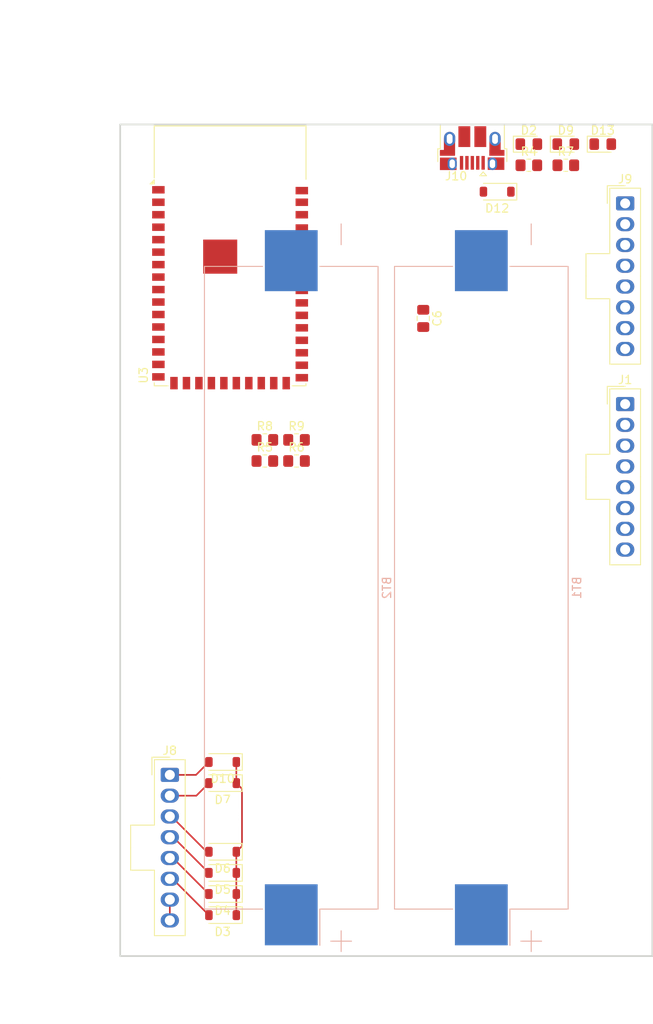
<source format=kicad_pcb>
(kicad_pcb (version 20241229) (generator "pcbnew") (generator_version "9.0")
  (layers (0 "F.Cu" signal) (2 "B.Cu" signal) (13 "F.Paste" user) (15 "B.Paste" user) (5 "F.SilkS" user "F.Silkscreen") (7 "B.SilkS" user "B.Silkscreen") (1 "F.Mask" user) (3 "B.Mask" user) (25 "Edge.Cuts" user))
  (net 0 "")
  (net 1 "-Batt")
  (net 2 "+Solar")
  (net 3 "Net-(D3-A)")
  (net 4 "Net-(D4-A)")
  (net 5 "Net-(D5-A)")
  (net 6 "Net-(D6-A)")
  (net 7 "Net-(D7-A)")
  (net 8 "Net-(D10-A)")
  (net 9 "Net-(J1-Pin_1)")
  (net 10 "/CAN Interface/CAN_L")
  (net 11 "/CAN Interface/CAN_H")
  (net 12 "+Batt")
  (net 51 "/RS485 Interface/Data_B")
  (net 52 "/RS485 Interface/Data_A")
  (net 53 "Net-(J9-Pin_1)")
  (net 54 "/Solar/V_Solar_An")
  (net 55 "/Battery Charger/V_Batt_An")
  (net 56 "Net-(D12-A)")
  (net 57 "Net-(D13-A)")
  (net 58 "Net-(D13-K)")
  (net 74 "GND")
  (net 75 "+3.3V")
  (net 76 "Net-(D2-K)")
  (net 77 "Net-(D9-K)")
  (footprint "Connector_Molex:Molex_Nano-Fit_105309-xx08_1x08_P2.50mm_Vertical" (layer "F.Cu") (at 120.65 115.85)
    (property "Reference" "J8" (at 0 -2.92 0) (layer "F.SilkS"))
    (property "Value" "Solar")
    (fp_line (start -4.71 6.04) (end -4.71 8.75) (stroke (width 0.12)) (layer "F.SilkS"))
    (fp_line (start -4.71 11.46) (end -4.71 8.75) (stroke (width 0.12)) (layer "F.SilkS"))
    (fp_line (start -2.15 -2.13) (end -2.15 0) (stroke (width 0.12)) (layer "F.SilkS"))
    (fp_line (start -1.85 -1.83) (end -1.85 6.04) (stroke (width 0.12)) (layer "F.SilkS"))
    (fp_line (start -1.85 6.04) (end -4.71 6.04) (stroke (width 0.12)) (layer "F.SilkS"))
    (fp_line (start -1.85 11.46) (end -4.71 11.46) (stroke (width 0.12)) (layer "F.SilkS"))
    (fp_line (start -1.85 19.33) (end -1.85 11.46) (stroke (width 0.12)) (layer "F.SilkS"))
    (fp_line (start 0 -2.13) (end -2.15 -2.13) (stroke (width 0.12)) (layer "F.SilkS"))
    (fp_line (start 1.85 -1.83) (end -1.85 -1.83) (stroke (width 0.12)) (layer "F.SilkS"))
    (fp_line (start 1.85 8.75) (end 1.85 -1.83) (stroke (width 0.12)) (layer "F.SilkS"))
    (fp_line (start 1.85 8.75) (end 1.85 19.33) (stroke (width 0.12)) (layer "F.SilkS"))
    (fp_line (start 1.85 19.33) (end -1.85 19.33) (stroke (width 0.12)) (layer "F.SilkS"))
    (pad "" np_thru_hole circle (at -1.34 8.75) (size 1.3 1.3) (drill 1.3) (layers "*.Cu" "*.Mask"))
    (pad "1" thru_hole roundrect (at 0 0) (size 2.2 1.7) (drill 1.2) (layers "*.Cu" "*.Mask") (roundrect_rratio 0.147059) (net 8 "Net-(D10-A)"))
    (pad "2" thru_hole oval (at 0 2.5) (size 2.2 1.7) (drill 1.2) (layers "*.Cu" "*.Mask") (net 7 "Net-(D7-A)"))
    (pad "3" thru_hole oval (at 0 5) (size 2.2 1.7) (drill 1.2) (layers "*.Cu" "*.Mask") (net 6 "Net-(D6-A)"))
    (pad "4" thru_hole oval (at 0 7.5) (size 2.2 1.7) (drill 1.2) (layers "*.Cu" "*.Mask") (net 5 "Net-(D5-A)"))
    (pad "5" thru_hole oval (at 0 10) (size 2.2 1.7) (drill 1.2) (layers "*.Cu" "*.Mask") (net 4 "Net-(D4-A)"))
    (pad "6" thru_hole oval (at 0 12.5) (size 2.2 1.7) (drill 1.2) (layers "*.Cu" "*.Mask") (net 3 "Net-(D3-A)"))
    (pad "7" thru_hole oval (at 0 15) (size 2.2 1.7) (drill 1.2) (layers "*.Cu" "*.Mask") (net 74 "GND"))
    (pad "8" thru_hole oval (at 0 17.5) (size 2.2 1.7) (drill 1.2) (layers "*.Cu" "*.Mask") (net 74 "GND"))
  )
  (footprint "Diode_SMD:D_SOD-123" (layer "F.Cu") (at 160.02 45.72 180)
    (property "Reference" "D12" (at 0 -2 0) (layer "F.SilkS"))
    (property "Value" "1N5819HW-FDICT")
    (fp_line (start -2.36 1) (end 1.65 1) (stroke (width 0.12)) (layer "F.SilkS"))
    (fp_line (start -2.36 -1) (end 1.65 -1) (stroke (width 0.12)) (layer "F.SilkS"))
    (fp_line (start -2.36 -1) (end -2.36 1) (stroke (width 0.12)) (layer "F.SilkS"))
    (pad "1" smd roundrect (at -1.65 0 180) (size 0.9 1.2) (layers "F.Cu" "F.Mask" "F.Paste") (net 2 "+Solar"))
    (pad "2" smd roundrect (at 1.65 0 180) (size 0.9 1.2) (layers "F.Cu" "F.Mask" "F.Paste") (net 56 "Net-(D12-A)"))
  )
  (footprint "Resistor_SMD:R_0805_2012Metric_Pad1.20x1.40mm_HandSolder" (layer "F.Cu") (at 135.89 78.105)
    (property "Reference" "R6" (at 0 -1.65 0) (layer "F.SilkS"))
    (property "Value" "10k")
    (fp_line (start -0.227064 -0.735) (end 0.227064 -0.735) (stroke (width 0.12)) (layer "F.SilkS"))
    (fp_line (start -0.227064 0.735) (end 0.227064 0.735) (stroke (width 0.12)) (layer "F.SilkS"))
    (pad "1" smd roundrect (at -1 0) (size 1.2 1.4) (layers "F.Cu" "F.Mask" "F.Paste") (roundrect_rratio 0.208333) (net 55 "/Battery Charger/V_Batt_An"))
    (pad "2" smd roundrect (at 1 0) (size 1.2 1.4) (layers "F.Cu" "F.Mask" "F.Paste") (roundrect_rratio 0.208333) (net 1 "-Batt"))
  )
  (footprint "LED_SMD:LED_0805_2012Metric_Pad1.15x1.40mm_HandSolder" (layer "F.Cu") (at 172.72 40.005)
    (property "Reference" "D13" (at 0 -1.65 0) (layer "F.SilkS"))
    (property "Value" "LED")
    (fp_line (start -1.86 -0.96) (end -1.86 0.96) (stroke (width 0.12)) (layer "F.SilkS"))
    (fp_line (start -1.86 0.96) (end 1 0.96) (stroke (width 0.12)) (layer "F.SilkS"))
    (fp_line (start 1 -0.96) (end -1.86 -0.96) (stroke (width 0.12)) (layer "F.SilkS"))
    (pad "1" smd roundrect (at -1.025 0) (size 1.15 1.4) (layers "F.Cu" "F.Mask" "F.Paste") (roundrect_rratio 0.217391) (net 58 "Net-(D13-K)"))
    (pad "2" smd roundrect (at 1.025 0) (size 1.15 1.4) (layers "F.Cu" "F.Mask" "F.Paste") (roundrect_rratio 0.217391) (net 57 "Net-(D13-A)"))
  )
  (footprint "Diode_SMD:D_SOD-123" (layer "F.Cu") (at 127 114.3 180)
    (property "Reference" "D10" (at 0 -2 0) (layer "F.SilkS"))
    (property "Value" "1N5819HW-FDICT")
    (fp_line (start -2.36 1) (end 1.65 1) (stroke (width 0.12)) (layer "F.SilkS"))
    (fp_line (start -2.36 -1) (end 1.65 -1) (stroke (width 0.12)) (layer "F.SilkS"))
    (fp_line (start -2.36 -1) (end -2.36 1) (stroke (width 0.12)) (layer "F.SilkS"))
    (pad "1" smd roundrect (at -1.65 0 180) (size 0.9 1.2) (layers "F.Cu" "F.Mask" "F.Paste") (net 2 "+Solar"))
    (pad "2" smd roundrect (at 1.65 0 180) (size 0.9 1.2) (layers "F.Cu" "F.Mask" "F.Paste") (net 8 "Net-(D10-A)"))
  )
  (footprint "Diode_SMD:D_SOD-123" (layer "F.Cu") (at 127 132.715 180)
    (property "Reference" "D3" (at 0 -2 0) (layer "F.SilkS"))
    (property "Value" "1N5819HW-FDICT")
    (fp_line (start -2.36 1) (end 1.65 1) (stroke (width 0.12)) (layer "F.SilkS"))
    (fp_line (start -2.36 -1) (end 1.65 -1) (stroke (width 0.12)) (layer "F.SilkS"))
    (fp_line (start -2.36 -1) (end -2.36 1) (stroke (width 0.12)) (layer "F.SilkS"))
    (pad "1" smd roundrect (at -1.65 0 180) (size 0.9 1.2) (layers "F.Cu" "F.Mask" "F.Paste") (net 2 "+Solar"))
    (pad "2" smd roundrect (at 1.65 0 180) (size 0.9 1.2) (layers "F.Cu" "F.Mask" "F.Paste") (net 3 "Net-(D3-A)"))
  )
  (footprint "Diode_SMD:D_SOD-123" (layer "F.Cu") (at 127 125.095 180)
    (property "Reference" "D6" (at 0 -2 180) (layer "F.SilkS"))
    (property "Value" "1N5819HW-FDICT")
    (fp_line (start -2.36 1) (end 1.65 1) (stroke (width 0.12)) (layer "F.SilkS"))
    (fp_line (start -2.36 -1) (end 1.65 -1) (stroke (width 0.12)) (layer "F.SilkS"))
    (fp_line (start -2.36 -1) (end -2.36 1) (stroke (width 0.12)) (layer "F.SilkS"))
    (pad "1" smd roundrect (at -1.65 0 180) (size 0.9 1.2) (layers "F.Cu" "F.Mask" "F.Paste") (net 2 "+Solar"))
    (pad "2" smd roundrect (at 1.65 0 180) (size 0.9 1.2) (layers "F.Cu" "F.Mask" "F.Paste") (net 6 "Net-(D6-A)"))
  )
  (footprint "Diode_SMD:D_SOD-123" (layer "F.Cu") (at 127 127.635 180)
    (property "Reference" "D5" (at 0 -2 0) (layer "F.SilkS"))
    (property "Value" "1N5819HW-FDICT")
    (fp_line (start -2.36 1) (end 1.65 1) (stroke (width 0.12)) (layer "F.SilkS"))
    (fp_line (start -2.36 -1) (end 1.65 -1) (stroke (width 0.12)) (layer "F.SilkS"))
    (fp_line (start -2.36 -1) (end -2.36 1) (stroke (width 0.12)) (layer "F.SilkS"))
    (pad "1" smd roundrect (at -1.65 0 180) (size 0.9 1.2) (layers "F.Cu" "F.Mask" "F.Paste") (net 2 "+Solar"))
    (pad "2" smd roundrect (at 1.65 0 180) (size 0.9 1.2) (layers "F.Cu" "F.Mask" "F.Paste") (net 5 "Net-(D5-A)"))
  )
  (footprint "Connector_USB:USB_Micro-B_Amphenol_10103594-0001LF_Horizontal" (layer "F.Cu") (at 157.01 40.485 180)
    (property "Reference" "J10" (at 1.925 -3.365 0) (layer "F.SilkS"))
    (property "Value" "USB_B_Micro")
    (fp_line (start 4.125 -0.065) (end 4.125 -1.615) (stroke (width 0.12)) (layer "F.SilkS"))
    (fp_line (start 3.825 2.735) (end 3.825 -0.065) (stroke (width 0.12)) (layer "F.SilkS"))
    (fp_line (start 3.825 -0.065) (end 4.125 -0.065) (stroke (width 0.12)) (layer "F.SilkS"))
    (fp_line (start -0.925 -3.315) (end -1.325 -2.865) (stroke (width 0.12)) (layer "F.SilkS"))
    (fp_line (start -1.325 -2.865) (end -1.725 -3.315) (stroke (width 0.12)) (layer "F.SilkS"))
    (fp_line (start -1.725 -3.315) (end -0.925 -3.315) (stroke (width 0.12)) (layer "F.SilkS"))
    (fp_line (start -3.875 2.735) (end -3.875 -0.065) (stroke (width 0.12)) (layer "F.SilkS"))
    (fp_line (start -4.175 -0.065) (end -3.875 -0.065) (stroke (width 0.12)) (layer "F.SilkS"))
    (fp_line (start -4.175 -0.065) (end -4.175 -1.615) (stroke (width 0.12)) (layer "F.SilkS"))
    (pad "1" smd rect (at -1.325 -1.765 270) (size 1.65 0.4) (layers "F.Cu" "F.Mask" "F.Paste") (net 56 "Net-(D12-A)"))
    (pad "2" smd rect (at -0.675 -1.765 270) (size 1.65 0.4) (layers "F.Cu" "F.Mask" "F.Paste"))
    (pad "3" smd rect (at -0.025 -1.765 270) (size 1.65 0.4) (layers "F.Cu" "F.Mask" "F.Paste"))
    (pad "4" smd rect (at 0.625 -1.765 270) (size 1.65 0.4) (layers "F.Cu" "F.Mask" "F.Paste"))
    (pad "5" smd rect (at 1.275 -1.765 270) (size 1.65 0.4) (layers "F.Cu" "F.Mask" "F.Paste") (net 74 "GND"))
    (pad "6" smd rect (at -2.975 -0.565 180) (size 1.825 0.7) (layers "F.Cu" "F.Mask" "F.Paste"))
    (pad "6" smd rect (at -2.875 -1.865 180) (size 2 1.5) (layers "F.Cu" "F.Mask" "F.Paste"))
    (pad "6" smd rect (at -2.755 0.185 180) (size 1.35 2) (layers "F.Cu" "F.Mask" "F.Paste"))
    (pad "6" thru_hole oval (at -2.755 1.115 270) (size 1.7 1.35) (drill oval 1.2 0.7) (property pad_prop_heatsink) (layers "*.Cu" "*.Mask"))
    (pad "6" thru_hole oval (at -2.445 -1.885 270) (size 1.5 1.1) (drill oval 1.05 0.65) (property pad_prop_heatsink) (layers "*.Cu" "*.Mask"))
    (pad "6" smd rect (at -0.985 1.385 270) (size 2.5 1.43) (layers "F.Cu" "F.Mask" "F.Paste"))
    (pad "6" smd rect (at 0.935 1.385 270) (size 2.5 1.43) (layers "F.Cu" "F.Mask" "F.Paste"))
    (pad "6" thru_hole oval (at 2.395 -1.885 270) (size 1.5 1.1) (drill oval 1.05 0.65) (property pad_prop_heatsink) (layers "*.Cu" "*.Mask"))
    (pad "6" thru_hole oval (at 2.705 1.115 270) (size 1.7 1.35) (drill oval 1.2 0.7) (property pad_prop_heatsink) (layers "*.Cu" "*.Mask"))
    (pad "6" smd rect (at 2.725 0.185 180) (size 1.35 2) (layers "F.Cu" "F.Mask" "F.Paste"))
    (pad "6" smd rect (at 2.875 -1.885 180) (size 2 1.5) (layers "F.Cu" "F.Mask" "F.Paste"))
    (pad "6" smd rect (at 2.975 -0.565 180) (size 1.825 0.7) (layers "F.Cu" "F.Mask" "F.Paste"))
  )
  (footprint "Resistor_SMD:R_0805_2012Metric_Pad1.20x1.40mm_HandSolder" (layer "F.Cu") (at 132.08 75.565)
    (property "Reference" "R8" (at 0 -1.65 0) (layer "F.SilkS"))
    (property "Value" "10k")
    (fp_line (start -0.227064 -0.735) (end 0.227064 -0.735) (stroke (width 0.12)) (layer "F.SilkS"))
    (fp_line (start -0.227064 0.735) (end 0.227064 0.735) (stroke (width 0.12)) (layer "F.SilkS"))
    (pad "1" smd roundrect (at -1 0) (size 1.2 1.4) (layers "F.Cu" "F.Mask" "F.Paste") (roundrect_rratio 0.208333) (net 2 "+Solar"))
    (pad "2" smd roundrect (at 1 0) (size 1.2 1.4) (layers "F.Cu" "F.Mask" "F.Paste") (roundrect_rratio 0.208333) (net 54 "/Solar/V_Solar_An"))
  )
  (footprint "Resistor_SMD:R_0805_2012Metric_Pad1.20x1.40mm_HandSolder" (layer "F.Cu") (at 163.83 42.545)
    (property "Reference" "R4" (at 0 -1.65 0) (layer "F.SilkS"))
    (property "Value" "330")
    (fp_line (start -0.227064 -0.735) (end 0.227064 -0.735) (stroke (width 0.12)) (layer "F.SilkS"))
    (fp_line (start -0.227064 0.735) (end 0.227064 0.735) (stroke (width 0.12)) (layer "F.SilkS"))
    (pad "1" smd roundrect (at -1 0) (size 1.2 1.4) (layers "F.Cu" "F.Mask" "F.Paste") (roundrect_rratio 0.208333) (net 76 "Net-(D2-K)"))
    (pad "2" smd roundrect (at 1 0) (size 1.2 1.4) (layers "F.Cu" "F.Mask" "F.Paste") (roundrect_rratio 0.208333) (net 74 "GND"))
  )
  (footprint "Resistor_SMD:R_0805_2012Metric_Pad1.20x1.40mm_HandSolder" (layer "F.Cu") (at 132.08 78.105)
    (property "Reference" "R5" (at 0 -1.65 0) (layer "F.SilkS"))
    (property "Value" "10k")
    (fp_line (start -0.227064 -0.735) (end 0.227064 -0.735) (stroke (width 0.12)) (layer "F.SilkS"))
    (fp_line (start -0.227064 0.735) (end 0.227064 0.735) (stroke (width 0.12)) (layer "F.SilkS"))
    (pad "1" smd roundrect (at -1 0) (size 1.2 1.4) (layers "F.Cu" "F.Mask" "F.Paste") (roundrect_rratio 0.208333) (net 12 "+Batt"))
    (pad "2" smd roundrect (at 1 0) (size 1.2 1.4) (layers "F.Cu" "F.Mask" "F.Paste") (roundrect_rratio 0.208333) (net 55 "/Battery Charger/V_Batt_An"))
  )
  (footprint "Diode_SMD:D_SOD-123" (layer "F.Cu") (at 127 130.175 180)
    (property "Reference" "D4" (at 0 -2 0) (layer "F.SilkS"))
    (property "Value" "1N5819HW-FDICT")
    (fp_line (start -2.36 1) (end 1.65 1) (stroke (width 0.12)) (layer "F.SilkS"))
    (fp_line (start -2.36 -1) (end 1.65 -1) (stroke (width 0.12)) (layer "F.SilkS"))
    (fp_line (start -2.36 -1) (end -2.36 1) (stroke (width 0.12)) (layer "F.SilkS"))
    (pad "1" smd roundrect (at -1.65 0 180) (size 0.9 1.2) (layers "F.Cu" "F.Mask" "F.Paste") (net 2 "+Solar"))
    (pad "2" smd roundrect (at 1.65 0 180) (size 0.9 1.2) (layers "F.Cu" "F.Mask" "F.Paste") (net 4 "Net-(D4-A)"))
  )
  (footprint "LED_SMD:LED_0805_2012Metric_Pad1.15x1.40mm_HandSolder" (layer "F.Cu") (at 163.83 40.005)
    (property "Reference" "D2" (at 0 -1.65 0) (layer "F.SilkS"))
    (property "Value" "RED")
    (fp_line (start -1.86 -0.96) (end -1.86 0.96) (stroke (width 0.12)) (layer "F.SilkS"))
    (fp_line (start -1.86 0.96) (end 1 0.96) (stroke (width 0.12)) (layer "F.SilkS"))
    (fp_line (start 1 -0.96) (end -1.86 -0.96) (stroke (width 0.12)) (layer "F.SilkS"))
    (pad "1" smd roundrect (at -1.025 0) (size 1.15 1.4) (layers "F.Cu" "F.Mask" "F.Paste") (roundrect_rratio 0.217391) (net 76 "Net-(D2-K)"))
    (pad "2" smd roundrect (at 1.025 0) (size 1.15 1.4) (layers "F.Cu" "F.Mask" "F.Paste") (roundrect_rratio 0.217391) (net 75 "+3.3V"))
  )
  (footprint "Connector_Molex:Molex_Nano-Fit_105309-xx08_1x08_P2.50mm_Vertical" (layer "F.Cu") (at 175.415 71.26)
    (property "Reference" "J1" (at 0 -2.92 0) (layer "F.SilkS"))
    (property "Value" "RS485")
    (fp_line (start -4.71 6.04) (end -4.71 8.75) (stroke (width 0.12)) (layer "F.SilkS"))
    (fp_line (start -4.71 11.46) (end -4.71 8.75) (stroke (width 0.12)) (layer "F.SilkS"))
    (fp_line (start -2.15 -2.13) (end -2.15 0) (stroke (width 0.12)) (layer "F.SilkS"))
    (fp_line (start -1.85 -1.83) (end -1.85 6.04) (stroke (width 0.12)) (layer "F.SilkS"))
    (fp_line (start -1.85 6.04) (end -4.71 6.04) (stroke (width 0.12)) (layer "F.SilkS"))
    (fp_line (start -1.85 11.46) (end -4.71 11.46) (stroke (width 0.12)) (layer "F.SilkS"))
    (fp_line (start -1.85 19.33) (end -1.85 11.46) (stroke (width 0.12)) (layer "F.SilkS"))
    (fp_line (start 0 -2.13) (end -2.15 -2.13) (stroke (width 0.12)) (layer "F.SilkS"))
    (fp_line (start 1.85 -1.83) (end -1.85 -1.83) (stroke (width 0.12)) (layer "F.SilkS"))
    (fp_line (start 1.85 8.75) (end 1.85 -1.83) (stroke (width 0.12)) (layer "F.SilkS"))
    (fp_line (start 1.85 8.75) (end 1.85 19.33) (stroke (width 0.12)) (layer "F.SilkS"))
    (fp_line (start 1.85 19.33) (end -1.85 19.33) (stroke (width 0.12)) (layer "F.SilkS"))
    (pad "" np_thru_hole circle (at -1.34 8.75) (size 1.3 1.3) (drill 1.3) (layers "*.Cu" "*.Mask"))
    (pad "1" thru_hole roundrect (at 0 0) (size 2.2 1.7) (drill 1.2) (layers "*.Cu" "*.Mask") (roundrect_rratio 0.147059) (net 9 "Net-(J1-Pin_1)"))
    (pad "2" thru_hole oval (at 0 2.5) (size 2.2 1.7) (drill 1.2) (layers "*.Cu" "*.Mask") (net 52 "/RS485 Interface/Data_A"))
    (pad "3" thru_hole oval (at 0 5) (size 2.2 1.7) (drill 1.2) (layers "*.Cu" "*.Mask") (net 51 "/RS485 Interface/Data_B"))
    (pad "4" thru_hole oval (at 0 7.5) (size 2.2 1.7) (drill 1.2) (layers "*.Cu" "*.Mask") (net 74 "GND"))
    (pad "5" thru_hole oval (at 0 10) (size 2.2 1.7) (drill 1.2) (layers "*.Cu" "*.Mask") (net 9 "Net-(J1-Pin_1)"))
    (pad "6" thru_hole oval (at 0 12.5) (size 2.2 1.7) (drill 1.2) (layers "*.Cu" "*.Mask") (net 52 "/RS485 Interface/Data_A"))
    (pad "7" thru_hole oval (at 0 15) (size 2.2 1.7) (drill 1.2) (layers "*.Cu" "*.Mask") (net 51 "/RS485 Interface/Data_B"))
    (pad "8" thru_hole oval (at 0 17.5) (size 2.2 1.7) (drill 1.2) (layers "*.Cu" "*.Mask") (net 74 "GND"))
  )
  (footprint "RF_Module:ESP32-S2-WROVER" (layer "F.Cu") (at 127.9 57.265)
    (property "Reference" "U3" (at -10.41 10.53 90) (layer "F.SilkS"))
    (property "Value" "ESP32-S2-WROVER")
    (fp_line (start -9.125 -19.45) (end 9.13 -19.45) (stroke (width 0.12)) (layer "F.SilkS"))
    (fp_line (start -9.125 -13.2) (end -9.125 -19.45) (stroke (width 0.12)) (layer "F.SilkS"))
    (fp_line (start -9.12 11.44) (end -9.12 11.8) (stroke (width 0.12)) (layer "F.SilkS"))
    (fp_line (start -9.12 11.8) (end -7.46 11.8) (stroke (width 0.12)) (layer "F.SilkS"))
    (fp_line (start 9.12 11.54) (end 9.12 11.8) (stroke (width 0.12)) (layer "F.SilkS"))
    (fp_line (start 9.12 11.8) (end 7.46 11.8) (stroke (width 0.12)) (layer "F.SilkS"))
    (fp_line (start 9.13 -13.03) (end 9.13 -19.45) (stroke (width 0.12)) (layer "F.SilkS"))
    (fp_poly (pts (xy -9.125 -12.475) (xy -9.625 -12.475) (xy -9.125 -12.975) (xy -9.125 -12.475)) (stroke (width 0.12)) (fill yes) (layer "F.SilkS"))
    (pad "1" smd rect (at -8.625 -11.775) (size 1.5 0.9) (layers "F.Cu" "F.Mask" "F.Paste") (net 74 "GND"))
    (pad "2" smd rect (at -8.625 -10.275) (size 1.5 0.9) (layers "F.Cu" "F.Mask" "F.Paste") (net 75 "+3.3V"))
    (pad "3" smd rect (at -8.625 -8.775) (size 1.5 0.9) (layers "F.Cu" "F.Mask" "F.Paste"))
    (pad "4" smd rect (at -8.625 -7.275) (size 1.5 0.9) (layers "F.Cu" "F.Mask" "F.Paste"))
    (pad "5" smd rect (at -8.625 -5.775) (size 1.5 0.9) (layers "F.Cu" "F.Mask" "F.Paste"))
    (pad "6" smd rect (at -8.625 -4.275) (size 1.5 0.9) (layers "F.Cu" "F.Mask" "F.Paste"))
    (pad "7" smd rect (at -8.625 -2.775) (size 1.5 0.9) (layers "F.Cu" "F.Mask" "F.Paste"))
    (pad "8" smd rect (at -8.625 -1.275) (size 1.5 0.9) (layers "F.Cu" "F.Mask" "F.Paste"))
    (pad "9" smd rect (at -8.625 0.225) (size 1.5 0.9) (layers "F.Cu" "F.Mask" "F.Paste"))
    (pad "10" smd rect (at -8.625 1.725) (size 1.5 0.9) (layers "F.Cu" "F.Mask" "F.Paste"))
    (pad "11" smd rect (at -8.625 3.225) (size 1.5 0.9) (layers "F.Cu" "F.Mask" "F.Paste"))
    (pad "12" smd rect (at -8.625 4.725) (size 1.5 0.9) (layers "F.Cu" "F.Mask" "F.Paste"))
    (pad "13" smd rect (at -8.625 6.225) (size 1.5 0.9) (layers "F.Cu" "F.Mask" "F.Paste"))
    (pad "14" smd rect (at -8.625 7.725) (size 1.5 0.9) (layers "F.Cu" "F.Mask" "F.Paste"))
    (pad "15" smd rect (at -8.625 9.225 180) (size 1.5 0.9) (layers "F.Cu" "F.Mask" "F.Paste"))
    (pad "16" smd rect (at -8.625 10.725 180) (size 1.5 0.9) (layers "F.Cu" "F.Mask" "F.Paste"))
    (pad "17" smd rect (at -6.75 11.475) (size 0.9 1.5) (layers "F.Cu" "F.Mask" "F.Paste"))
    (pad "18" smd rect (at -5.25 11.475) (size 0.9 1.5) (layers "F.Cu" "F.Mask" "F.Paste"))
    (pad "19" smd rect (at -3.75 11.475) (size 0.9 1.5) (layers "F.Cu" "F.Mask" "F.Paste"))
    (pad "20" smd rect (at -2.25 11.475) (size 0.9 1.5) (layers "F.Cu" "F.Mask" "F.Paste"))
    (pad "21" smd rect (at -0.75 11.475) (size 0.9 1.5) (layers "F.Cu" "F.Mask" "F.Paste"))
    (pad "22" smd rect (at 0.75 11.475) (size 0.9 1.5) (layers "F.Cu" "F.Mask" "F.Paste"))
    (pad "23" smd rect (at 2.25 11.475) (size 0.9 1.5) (layers "F.Cu" "F.Mask" "F.Paste"))
    (pad "24" smd rect (at 3.75 11.475) (size 0.9 1.5) (layers "F.Cu" "F.Mask" "F.Paste"))
    (pad "25" smd rect (at 5.25 11.475) (size 0.9 1.5) (layers "F.Cu" "F.Mask" "F.Paste"))
    (pad "26" smd rect (at 6.75 11.475) (size 0.9 1.5) (layers "F.Cu" "F.Mask" "F.Paste") (net 74 "GND"))
    (pad "27" smd rect (at 8.625 10.825) (size 1.5 0.9) (layers "F.Cu" "F.Mask" "F.Paste"))
    (pad "28" smd rect (at 8.625 9.325) (size 1.5 0.9) (layers "F.Cu" "F.Mask" "F.Paste"))
    (pad "29" smd rect (at 8.625 7.825) (size 1.5 0.9) (layers "F.Cu" "F.Mask" "F.Paste"))
    (pad "30" smd rect (at 8.625 6.325) (size 1.5 0.9) (layers "F.Cu" "F.Mask" "F.Paste"))
    (pad "31" smd rect (at 8.625 4.825) (size 1.5 0.9) (layers "F.Cu" "F.Mask" "F.Paste"))
    (pad "32" smd rect (at 8.625 3.325) (size 1.5 0.9) (layers "F.Cu" "F.Mask" "F.Paste"))
    (pad "33" smd rect (at 8.625 1.825) (size 1.5 0.9) (layers "F.Cu" "F.Mask" "F.Paste"))
    (pad "34" smd rect (at 8.625 0.325) (size 1.5 0.9) (layers "F.Cu" "F.Mask" "F.Paste"))
    (pad "35" smd rect (at 8.625 -1.175) (size 1.5 0.9) (layers "F.Cu" "F.Mask" "F.Paste"))
    (pad "36" smd rect (at 8.625 -2.675) (size 1.5 0.9) (layers "F.Cu" "F.Mask" "F.Paste"))
    (pad "37" smd rect (at 8.625 -4.175) (size 1.5 0.9) (layers "F.Cu" "F.Mask" "F.Paste"))
    (pad "38" smd rect (at 8.625 -5.675) (size 1.5 0.9) (layers "F.Cu" "F.Mask" "F.Paste"))
    (pad "39" smd rect (at 8.625 -7.175) (size 1.5 0.9) (layers "F.Cu" "F.Mask" "F.Paste"))
    (pad "40" smd rect (at 8.625 -8.775) (size 1.5 0.9) (layers "F.Cu" "F.Mask" "F.Paste"))
    (pad "41" smd rect (at 8.625 -10.275) (size 1.5 0.9) (layers "F.Cu" "F.Mask" "F.Paste"))
    (pad "42" smd rect (at 8.625 -11.675) (size 1.5 0.9) (layers "F.Cu" "F.Mask" "F.Paste") (net 74 "GND"))
    (pad "43" smd rect (at -1.19 -3.735) (size 4.1 4.1) (property pad_prop_heatsink) (layers "F.Cu" "F.Mask") (net 74 "GND"))
  )
  (footprint "Resistor_SMD:R_0805_2012Metric_Pad1.20x1.40mm_HandSolder" (layer "F.Cu") (at 135.89 75.565)
    (property "Reference" "R9" (at 0 -1.65 0) (layer "F.SilkS"))
    (property "Value" "10k")
    (fp_line (start -0.227064 -0.735) (end 0.227064 -0.735) (stroke (width 0.12)) (layer "F.SilkS"))
    (fp_line (start -0.227064 0.735) (end 0.227064 0.735) (stroke (width 0.12)) (layer "F.SilkS"))
    (pad "1" smd roundrect (at -1 0) (size 1.2 1.4) (layers "F.Cu" "F.Mask" "F.Paste") (roundrect_rratio 0.208333) (net 54 "/Solar/V_Solar_An"))
    (pad "2" smd roundrect (at 1 0) (size 1.2 1.4) (layers "F.Cu" "F.Mask" "F.Paste") (roundrect_rratio 0.208333) (net 74 "GND"))
  )
  (footprint "Connector_Molex:Molex_Nano-Fit_105309-xx08_1x08_P2.50mm_Vertical" (layer "F.Cu") (at 175.415 47.13)
    (property "Reference" "J9" (at 0 -2.92 0) (layer "F.SilkS"))
    (property "Value" "CAN")
    (fp_line (start -4.71 6.04) (end -4.71 8.75) (stroke (width 0.12)) (layer "F.SilkS"))
    (fp_line (start -4.71 11.46) (end -4.71 8.75) (stroke (width 0.12)) (layer "F.SilkS"))
    (fp_line (start -2.15 -2.13) (end -2.15 0) (stroke (width 0.12)) (layer "F.SilkS"))
    (fp_line (start -1.85 -1.83) (end -1.85 6.04) (stroke (width 0.12)) (layer "F.SilkS"))
    (fp_line (start -1.85 6.04) (end -4.71 6.04) (stroke (width 0.12)) (layer "F.SilkS"))
    (fp_line (start -1.85 11.46) (end -4.71 11.46) (stroke (width 0.12)) (layer "F.SilkS"))
    (fp_line (start -1.85 19.33) (end -1.85 11.46) (stroke (width 0.12)) (layer "F.SilkS"))
    (fp_line (start 0 -2.13) (end -2.15 -2.13) (stroke (width 0.12)) (layer "F.SilkS"))
    (fp_line (start 1.85 -1.83) (end -1.85 -1.83) (stroke (width 0.12)) (layer "F.SilkS"))
    (fp_line (start 1.85 8.75) (end 1.85 -1.83) (stroke (width 0.12)) (layer "F.SilkS"))
    (fp_line (start 1.85 8.75) (end 1.85 19.33) (stroke (width 0.12)) (layer "F.SilkS"))
    (fp_line (start 1.85 19.33) (end -1.85 19.33) (stroke (width 0.12)) (layer "F.SilkS"))
    (pad "" np_thru_hole circle (at -1.34 8.75) (size 1.3 1.3) (drill 1.3) (layers "*.Cu" "*.Mask"))
    (pad "1" thru_hole roundrect (at 0 0) (size 2.2 1.7) (drill 1.2) (layers "*.Cu" "*.Mask") (roundrect_rratio 0.147059) (net 53 "Net-(J9-Pin_1)"))
    (pad "2" thru_hole oval (at 0 2.5) (size 2.2 1.7) (drill 1.2) (layers "*.Cu" "*.Mask") (net 11 "/CAN Interface/CAN_H"))
    (pad "3" thru_hole oval (at 0 5) (size 2.2 1.7) (drill 1.2) (layers "*.Cu" "*.Mask") (net 10 "/CAN Interface/CAN_L"))
    (pad "4" thru_hole oval (at 0 7.5) (size 2.2 1.7) (drill 1.2) (layers "*.Cu" "*.Mask") (net 74 "GND"))
    (pad "5" thru_hole oval (at 0 10) (size 2.2 1.7) (drill 1.2) (layers "*.Cu" "*.Mask") (net 53 "Net-(J9-Pin_1)"))
    (pad "6" thru_hole oval (at 0 12.5) (size 2.2 1.7) (drill 1.2) (layers "*.Cu" "*.Mask") (net 11 "/CAN Interface/CAN_H"))
    (pad "7" thru_hole oval (at 0 15) (size 2.2 1.7) (drill 1.2) (layers "*.Cu" "*.Mask") (net 10 "/CAN Interface/CAN_L"))
    (pad "8" thru_hole oval (at 0 17.5) (size 2.2 1.7) (drill 1.2) (layers "*.Cu" "*.Mask") (net 74 "GND"))
  )
  (footprint "Capacitor_SMD:C_0805_2012Metric_Pad1.18x1.45mm_HandSolder" (layer "F.Cu") (at 151.13 60.96 -90)
    (property "Reference" "C6" (at 0 -1.68 90) (layer "F.SilkS"))
    (property "Value" "1u")
    (fp_line (start -0.261252 0.735) (end 0.261252 0.735) (stroke (width 0.12)) (layer "F.SilkS"))
    (fp_line (start -0.261252 -0.735) (end 0.261252 -0.735) (stroke (width 0.12)) (layer "F.SilkS"))
    (pad "1" smd roundrect (at -1.0375 0 270) (size 1.175 1.45) (layers "F.Cu" "F.Mask" "F.Paste") (roundrect_rratio 0.212766) (net 2 "+Solar"))
    (pad "2" smd roundrect (at 1.0375 0 270) (size 1.175 1.45) (layers "F.Cu" "F.Mask" "F.Paste") (roundrect_rratio 0.212766) (net 74 "GND"))
  )
  (footprint "Diode_SMD:D_SOD-123" (layer "F.Cu") (at 127 116.84 180)
    (property "Reference" "D7" (at 0 -2 180) (layer "F.SilkS"))
    (property "Value" "1N5819HW-FDICT")
    (fp_line (start -2.36 1) (end 1.65 1) (stroke (width 0.12)) (layer "F.SilkS"))
    (fp_line (start -2.36 -1) (end 1.65 -1) (stroke (width 0.12)) (layer "F.SilkS"))
    (fp_line (start -2.36 -1) (end -2.36 1) (stroke (width 0.12)) (layer "F.SilkS"))
    (pad "1" smd roundrect (at -1.65 0 180) (size 0.9 1.2) (layers "F.Cu" "F.Mask" "F.Paste") (net 2 "+Solar"))
    (pad "2" smd roundrect (at 1.65 0 180) (size 0.9 1.2) (layers "F.Cu" "F.Mask" "F.Paste") (net 7 "Net-(D7-A)"))
  )
  (footprint "LED_SMD:LED_0805_2012Metric_Pad1.15x1.40mm_HandSolder" (layer "F.Cu") (at 168.275 40.005)
    (property "Reference" "D9" (at 0 -1.65 0) (layer "F.SilkS"))
    (property "Value" "RED")
    (fp_line (start -1.86 -0.96) (end -1.86 0.96) (stroke (width 0.12)) (layer "F.SilkS"))
    (fp_line (start -1.86 0.96) (end 1 0.96) (stroke (width 0.12)) (layer "F.SilkS"))
    (fp_line (start 1 -0.96) (end -1.86 -0.96) (stroke (width 0.12)) (layer "F.SilkS"))
    (pad "1" smd roundrect (at -1.025 0) (size 1.15 1.4) (layers "F.Cu" "F.Mask" "F.Paste") (roundrect_rratio 0.217391) (net 77 "Net-(D9-K)"))
    (pad "2" smd roundrect (at 1.025 0) (size 1.15 1.4) (layers "F.Cu" "F.Mask" "F.Paste") (roundrect_rratio 0.217391) (net 2 "+Solar"))
  )
  (footprint "Resistor_SMD:R_0805_2012Metric_Pad1.20x1.40mm_HandSolder" (layer "F.Cu") (at 168.275 42.545)
    (property "Reference" "R7" (at 0 -1.65 0) (layer "F.SilkS"))
    (property "Value" "1k")
    (fp_line (start -0.227064 -0.735) (end 0.227064 -0.735) (stroke (width 0.12)) (layer "F.SilkS"))
    (fp_line (start -0.227064 0.735) (end 0.227064 0.735) (stroke (width 0.12)) (layer "F.SilkS"))
    (pad "1" smd roundrect (at -1 0) (size 1.2 1.4) (layers "F.Cu" "F.Mask" "F.Paste") (roundrect_rratio 0.208333) (net 77 "Net-(D9-K)"))
    (pad "2" smd roundrect (at 1 0) (size 1.2 1.4) (layers "F.Cu" "F.Mask" "F.Paste") (roundrect_rratio 0.208333) (net 74 "GND"))
  )
  (footprint "Batteries:18650 Holder" (layer "B.Cu") (at 158.115 93.345 90)
    (property "Reference" "BT1" (at 0 11.5 90) (layer "B.SilkS") (effects (justify mirror)))
    (property "Value" "18650")
    (fp_line (start 38.64 -10.44) (end -38.64 -10.44) (stroke (width 0.12)) (layer "B.SilkS"))
    (fp_line (start -38.64 -10.44) (end -38.64 -3.44) (stroke (width 0.12)) (layer "B.SilkS"))
    (fp_line (start 38.64 -3.44) (end 38.64 -10.44) (stroke (width 0.12)) (layer "B.SilkS"))
    (fp_line (start 38.64 3.44) (end 38.64 10.42) (stroke (width 0.12)) (layer "B.SilkS"))
    (fp_line (start -38.64 3.44) (end -43 3.44) (stroke (width 0.12)) (layer "B.SilkS"))
    (fp_line (start -42.5 4.75) (end -42.5 7.25) (stroke (width 0.12)) (layer "B.SilkS"))
    (fp_line (start 43.75 6) (end 41.25 6) (stroke (width 0.12)) (layer "B.SilkS"))
    (fp_line (start -43.75 6) (end -41.25 6) (stroke (width 0.12)) (layer "B.SilkS"))
    (fp_line (start 38.64 10.44) (end -38.64 10.44) (stroke (width 0.12)) (layer "B.SilkS"))
    (fp_line (start -38.64 10.44) (end -38.64 3.44) (stroke (width 0.12)) (layer "B.SilkS"))
    (pad "" np_thru_hole circle (at -35.93 8 90) (size 2.39 2.39) (drill 2.39) (layers "*.Cu" "*.Mask"))
    (pad "" np_thru_hole circle (at -27.6 -8 90) (size 3.45 3.45) (drill 3.45) (layers "*.Cu" "*.Mask"))
    (pad "" np_thru_hole circle (at 27.6 8 90) (size 3.45 3.45) (drill 3.45) (layers "*.Cu" "*.Mask"))
    (pad "1" smd rect (at -39.33 0 90) (size 7.34 6.35) (layers "B.Cu" "B.Mask" "B.Paste") (net 12 "+Batt"))
    (pad "2" smd rect (at 39.33 0 90) (size 7.34 6.35) (layers "B.Cu" "B.Mask" "B.Paste") (net 1 "-Batt"))
  )
  (footprint "Batteries:18650 Holder" (layer "B.Cu") (at 135.255 93.345 90)
    (property "Reference" "BT2" (at 0 11.5 90) (layer "B.SilkS") (effects (justify mirror)))
    (property "Value" "18650")
    (fp_line (start 38.64 -10.44) (end -38.64 -10.44) (stroke (width 0.12)) (layer "B.SilkS"))
    (fp_line (start -38.64 -10.44) (end -38.64 -3.44) (stroke (width 0.12)) (layer "B.SilkS"))
    (fp_line (start 38.64 -3.44) (end 38.64 -10.44) (stroke (width 0.12)) (layer "B.SilkS"))
    (fp_line (start 38.64 3.44) (end 38.64 10.42) (stroke (width 0.12)) (layer "B.SilkS"))
    (fp_line (start -38.64 3.44) (end -43 3.44) (stroke (width 0.12)) (layer "B.SilkS"))
    (fp_line (start -42.5 4.75) (end -42.5 7.25) (stroke (width 0.12)) (layer "B.SilkS"))
    (fp_line (start 43.75 6) (end 41.25 6) (stroke (width 0.12)) (layer "B.SilkS"))
    (fp_line (start -43.75 6) (end -41.25 6) (stroke (width 0.12)) (layer "B.SilkS"))
    (fp_line (start 38.64 10.44) (end -38.64 10.44) (stroke (width 0.12)) (layer "B.SilkS"))
    (fp_line (start -38.64 10.44) (end -38.64 3.44) (stroke (width 0.12)) (layer "B.SilkS"))
    (pad "" np_thru_hole circle (at -35.93 8 90) (size 2.39 2.39) (drill 2.39) (layers "*.Cu" "*.Mask"))
    (pad "" np_thru_hole circle (at -27.6 -8 90) (size 3.45 3.45) (drill 3.45) (layers "*.Cu" "*.Mask"))
    (pad "" np_thru_hole circle (at 27.6 8 90) (size 3.45 3.45) (drill 3.45) (layers "*.Cu" "*.Mask"))
    (pad "1" smd rect (at -39.33 0 90) (size 7.34 6.35) (layers "B.Cu" "B.Mask" "B.Paste") (net 12 "+Batt"))
    (pad "2" smd rect (at 39.33 0 90) (size 7.34 6.35) (layers "B.Cu" "B.Mask" "B.Paste") (net 1 "-Batt"))
  )
  (gr_circle (center 146.685 134.63) (end 146.695 134.63) (stroke (width 0.0001)) (fill yes) (layer "Edge.Cuts"))
  (gr_line (start 114.685 37.637581) (end 178.685 37.637581) (stroke (width 0.2)) (layer "Edge.Cuts"))
  (gr_circle (center 102.925 145.80358) (end 102.935 145.80358) (stroke (width 0.0001)) (fill yes) (layer "Edge.Cuts"))
  (gr_line (start 114.685 137.637581) (end 114.685 37.637581) (stroke (width 0.2)) (layer "Edge.Cuts"))
  (gr_line (start 178.685 37.637581) (end 178.685 137.637581) (stroke (width 0.2)) (layer "Edge.Cuts"))
  (gr_line (start 178.685 137.637581) (end 114.685 137.637581) (stroke (width 0.2)) (layer "Edge.Cuts"))
  (gr_circle (center 100.236 116.20231) (end 100.246 116.20231) (stroke (width 0.0001)) (fill yes) (layer "Edge.Cuts"))
  (segment (start 128.65 116.84) (end 129.331 117.521) (width 0.2) (layer "F.Cu") (net 2))
  (segment (start 129.331 124.414) (end 128.65 125.095) (width 0.2) (layer "F.Cu") (net 2))
  (segment (start 129.331 117.521) (end 129.331 124.414) (width 0.2) (layer "F.Cu") (net 2))
  (segment (start 128.65 114.3) (end 128.65 116.84) (width 0.2) (layer "F.Cu") (net 2))
  (segment (start 128.65 132.715) (end 128.65 125.095) (width 0.2) (layer "F.Cu") (net 2))
  (segment (start 120.65 128.35) (end 120.985 128.35) (width 0.2) (layer "F.Cu") (net 3))
  (segment (start 120.985 128.35) (end 125.35 132.715) (width 0.2) (layer "F.Cu") (net 3))
  (segment (start 120.65 125.85) (end 121.025 125.85) (width 0.2) (layer "F.Cu") (net 4))
  (segment (start 121.025 125.85) (end 125.35 130.175) (width 0.2) (layer "F.Cu") (net 4))
  (segment (start 120.65 123.35) (end 121.065 123.35) (width 0.2) (layer "F.Cu") (net 5))
  (segment (start 121.065 123.35) (end 125.35 127.635) (width 0.2) (layer "F.Cu") (net 5))
  (segment (start 120.65 120.85) (end 120.85 120.85) (width 0.2) (layer "F.Cu") (net 6))
  (segment (start 120.85 120.85) (end 125.095 125.095) (width 0.2) (layer "F.Cu") (net 6))
  (segment (start 125.095 125.095) (end 125.35 125.095) (width 0.2) (layer "F.Cu") (net 6))
  (segment (start 123.84 118.35) (end 125.35 116.84) (width 0.2) (layer "F.Cu") (net 7))
  (segment (start 120.65 118.35) (end 123.84 118.35) (width 0.2) (layer "F.Cu") (net 7))
  (segment (start 123.8 115.85) (end 125.35 114.3) (width 0.2) (layer "F.Cu") (net 8))
  (segment (start 120.65 115.85) (end 123.8 115.85) (width 0.2) (layer "F.Cu") (net 8))
  (segment (start 120.65 130.85) (end 120.65 133.35) (width 0.2) (layer "F.Cu") (net 74))
)
</source>
